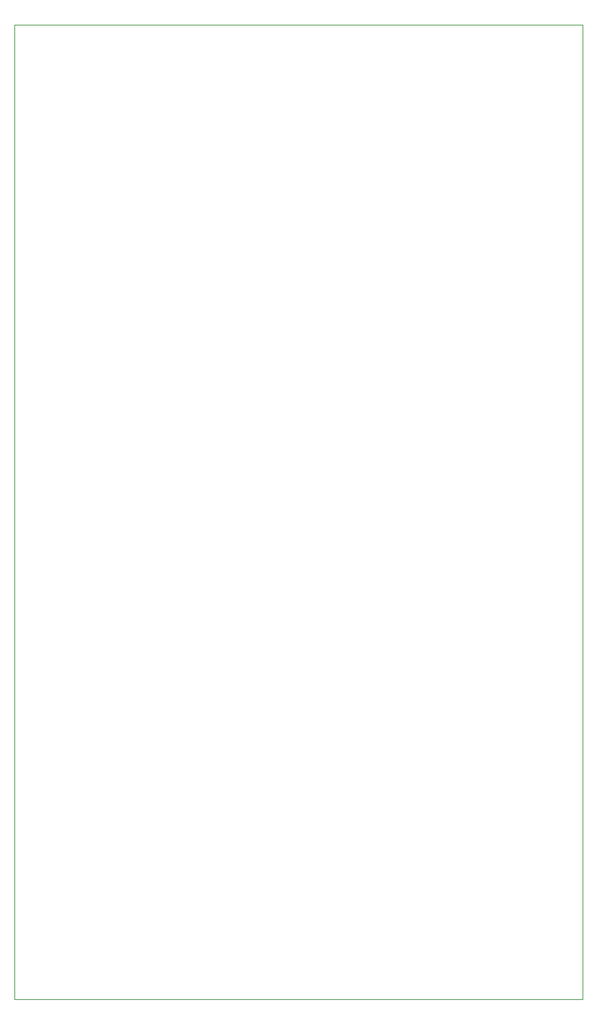
<source format=gm1>
%TF.GenerationSoftware,KiCad,Pcbnew,(6.0.2)*%
%TF.CreationDate,2022-04-04T15:14:36-07:00*%
%TF.ProjectId,tc_pcb_f,74635f70-6362-45f6-962e-6b696361645f,rev?*%
%TF.SameCoordinates,Original*%
%TF.FileFunction,Profile,NP*%
%FSLAX46Y46*%
G04 Gerber Fmt 4.6, Leading zero omitted, Abs format (unit mm)*
G04 Created by KiCad (PCBNEW (6.0.2)) date 2022-04-04 15:14:36*
%MOMM*%
%LPD*%
G01*
G04 APERTURE LIST*
%TA.AperFunction,Profile*%
%ADD10C,0.100000*%
%TD*%
G04 APERTURE END LIST*
D10*
X170000000Y-40000000D02*
X100000000Y-40000000D01*
X100000000Y-40000000D02*
X100000000Y-160000000D01*
X170000000Y-160000000D02*
X170000000Y-40000000D01*
X100000000Y-160000000D02*
X170000000Y-160000000D01*
M02*

</source>
